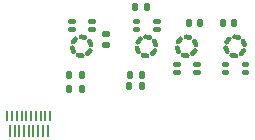
<source format=gbr>
%TF.GenerationSoftware,KiCad,Pcbnew,9.0.2*%
%TF.CreationDate,2025-09-26T11:25:47-10:00*%
%TF.ProjectId,auren-probe,61757265-6e2d-4707-926f-62652e6b6963,v2*%
%TF.SameCoordinates,Original*%
%TF.FileFunction,Paste,Top*%
%TF.FilePolarity,Positive*%
%FSLAX46Y46*%
G04 Gerber Fmt 4.6, Leading zero omitted, Abs format (unit mm)*
G04 Created by KiCad (PCBNEW 9.0.2) date 2025-09-26 11:25:47*
%MOMM*%
%LPD*%
G01*
G04 APERTURE LIST*
G04 Aperture macros list*
%AMRoundRect*
0 Rectangle with rounded corners*
0 $1 Rounding radius*
0 $2 $3 $4 $5 $6 $7 $8 $9 X,Y pos of 4 corners*
0 Add a 4 corners polygon primitive as box body*
4,1,4,$2,$3,$4,$5,$6,$7,$8,$9,$2,$3,0*
0 Add four circle primitives for the rounded corners*
1,1,$1+$1,$2,$3*
1,1,$1+$1,$4,$5*
1,1,$1+$1,$6,$7*
1,1,$1+$1,$8,$9*
0 Add four rect primitives between the rounded corners*
20,1,$1+$1,$2,$3,$4,$5,0*
20,1,$1+$1,$4,$5,$6,$7,0*
20,1,$1+$1,$6,$7,$8,$9,0*
20,1,$1+$1,$8,$9,$2,$3,0*%
G04 Aperture macros list end*
%ADD10C,0.400000*%
%ADD11RoundRect,0.140000X-0.170000X0.140000X-0.170000X-0.140000X0.170000X-0.140000X0.170000X0.140000X0*%
%ADD12RoundRect,0.140000X0.140000X0.170000X-0.140000X0.170000X-0.140000X-0.170000X0.140000X-0.170000X0*%
%ADD13RoundRect,0.135000X-0.135000X-0.185000X0.135000X-0.185000X0.135000X0.185000X-0.135000X0.185000X0*%
%ADD14RoundRect,0.140000X-0.140000X-0.170000X0.140000X-0.170000X0.140000X0.170000X-0.140000X0.170000X0*%
%ADD15R,0.230000X0.850000*%
%ADD16R,0.230000X1.000000*%
G04 APERTURE END LIST*
D10*
%TO.C,MIC3*%
X104529400Y-55840000D02*
X104329400Y-55840000D01*
X104529400Y-56540000D02*
X104329400Y-56540000D01*
X106229400Y-55840000D02*
X106029400Y-55840000D01*
X106229400Y-56540000D02*
X106029400Y-56540000D01*
X104557530Y-54005738D02*
G75*
G02*
X104774881Y-53733854I721883J-354272D01*
G01*
X104611665Y-54808027D02*
G75*
G02*
X104484882Y-54483853I667735J448027D01*
G01*
X105225265Y-53557711D02*
G75*
G02*
X105569399Y-53610001I54135J-802289D01*
G01*
X105333535Y-55162289D02*
G75*
G02*
X104989401Y-55109999I-54138J802267D01*
G01*
X105947135Y-53911973D02*
G75*
G02*
X106073918Y-54236147I-667740J-448029D01*
G01*
X106001270Y-54714262D02*
G75*
G02*
X105783918Y-54986145I-721880J354272D01*
G01*
%TO.C,MIC1*%
X95439400Y-52180000D02*
X95639400Y-52180000D01*
X95439400Y-52880000D02*
X95639400Y-52880000D01*
X97139400Y-52180000D02*
X97339400Y-52180000D01*
X97139400Y-52880000D02*
X97339400Y-52880000D01*
X95667530Y-54005738D02*
G75*
G02*
X95884882Y-53733855I721880J-354272D01*
G01*
X95721665Y-54808027D02*
G75*
G02*
X95594882Y-54483853I667740J448029D01*
G01*
X96335265Y-53557711D02*
G75*
G02*
X96679399Y-53610001I54138J-802267D01*
G01*
X96443535Y-55162289D02*
G75*
G02*
X96099401Y-55109999I-54135J802289D01*
G01*
X97057135Y-53911973D02*
G75*
G02*
X97183918Y-54236147I-667735J-448027D01*
G01*
X97111270Y-54714262D02*
G75*
G02*
X96893919Y-54986146I-721883J354272D01*
G01*
%TO.C,MIC2*%
X100925800Y-52180000D02*
X101125800Y-52180000D01*
X100925800Y-52880000D02*
X101125800Y-52880000D01*
X102625800Y-52180000D02*
X102825800Y-52180000D01*
X102625800Y-52880000D02*
X102825800Y-52880000D01*
X101153930Y-54005738D02*
G75*
G02*
X101371282Y-53733855I721880J-354272D01*
G01*
X101208065Y-54808027D02*
G75*
G02*
X101081282Y-54483853I667740J448029D01*
G01*
X101821665Y-53557711D02*
G75*
G02*
X102165799Y-53610001I54138J-802267D01*
G01*
X101929935Y-55162289D02*
G75*
G02*
X101585801Y-55109999I-54135J802289D01*
G01*
X102543535Y-53911973D02*
G75*
G02*
X102670318Y-54236147I-667735J-448027D01*
G01*
X102597670Y-54714262D02*
G75*
G02*
X102380319Y-54986146I-721883J354272D01*
G01*
%TO.C,MIC4*%
X108644200Y-55840000D02*
X108444200Y-55840000D01*
X108644200Y-56540000D02*
X108444200Y-56540000D01*
X110344200Y-55840000D02*
X110144200Y-55840000D01*
X110344200Y-56540000D02*
X110144200Y-56540000D01*
X108672330Y-54005738D02*
G75*
G02*
X108889681Y-53733854I721883J-354272D01*
G01*
X108726465Y-54808027D02*
G75*
G02*
X108599682Y-54483853I667735J448027D01*
G01*
X109340065Y-53557711D02*
G75*
G02*
X109684199Y-53610001I54135J-802289D01*
G01*
X109448335Y-55162289D02*
G75*
G02*
X109104201Y-55109999I-54138J802267D01*
G01*
X110061935Y-53911973D02*
G75*
G02*
X110188718Y-54236147I-667740J-448029D01*
G01*
X110116070Y-54714262D02*
G75*
G02*
X109898718Y-54986145I-721880J354272D01*
G01*
%TD*%
D11*
%TO.C,C1*%
X98467200Y-53321200D03*
X98467200Y-54281200D03*
%TD*%
D12*
%TO.C,C2*%
X101893600Y-51007200D03*
X100933600Y-51007200D03*
%TD*%
D13*
%TO.C,R1*%
X95366401Y-56823800D03*
X96386399Y-56823800D03*
%TD*%
%TO.C,R3*%
X100471800Y-56747600D03*
X101491800Y-56747600D03*
%TD*%
%TO.C,R2*%
X95366400Y-57992200D03*
X96386400Y-57992200D03*
%TD*%
D14*
%TO.C,C4*%
X108325000Y-52378800D03*
X109285000Y-52378800D03*
%TD*%
D13*
%TO.C,R4*%
X100446401Y-57712800D03*
X101466399Y-57712800D03*
%TD*%
D12*
%TO.C,C3*%
X106414800Y-52378800D03*
X105454800Y-52378800D03*
%TD*%
D15*
%TO.C,J1*%
X93714000Y-60281400D03*
D16*
X93514000Y-61506400D03*
D15*
X93314000Y-60281400D03*
D16*
X93114000Y-61506400D03*
D15*
X92914000Y-60281400D03*
D16*
X92714000Y-61506400D03*
D15*
X92514000Y-60281400D03*
D16*
X92314000Y-61506400D03*
D15*
X92114000Y-60281400D03*
D16*
X91914000Y-61506400D03*
D15*
X91714000Y-60281400D03*
D16*
X91514000Y-61506400D03*
D15*
X91314000Y-60281400D03*
D16*
X91114000Y-61506400D03*
D15*
X90914000Y-60281400D03*
D16*
X90714000Y-61506400D03*
D15*
X90514000Y-60281400D03*
D16*
X90314000Y-61506400D03*
D15*
X90114000Y-60281400D03*
%TD*%
M02*

</source>
